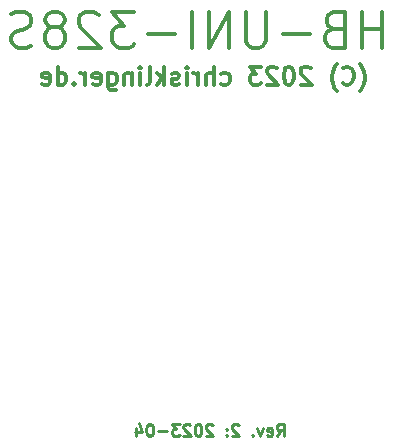
<source format=gbr>
%TF.GenerationSoftware,KiCad,Pcbnew,(6.0.7)*%
%TF.CreationDate,2023-04-08T23:37:57+02:00*%
%TF.ProjectId,hb-uni-644_328P_small,68622d75-6e69-42d3-9634-345f33323850,rev?*%
%TF.SameCoordinates,Original*%
%TF.FileFunction,Legend,Bot*%
%TF.FilePolarity,Positive*%
%FSLAX46Y46*%
G04 Gerber Fmt 4.6, Leading zero omitted, Abs format (unit mm)*
G04 Created by KiCad (PCBNEW (6.0.7)) date 2023-04-08 23:37:57*
%MOMM*%
%LPD*%
G01*
G04 APERTURE LIST*
%ADD10C,0.300000*%
%ADD11C,0.250000*%
G04 APERTURE END LIST*
D10*
X66950857Y-57237142D02*
X66950857Y-54237142D01*
X66950857Y-55665714D02*
X65236571Y-55665714D01*
X65236571Y-57237142D02*
X65236571Y-54237142D01*
X62808000Y-55665714D02*
X62379428Y-55808571D01*
X62236571Y-55951428D01*
X62093714Y-56237142D01*
X62093714Y-56665714D01*
X62236571Y-56951428D01*
X62379428Y-57094285D01*
X62665142Y-57237142D01*
X63808000Y-57237142D01*
X63808000Y-54237142D01*
X62808000Y-54237142D01*
X62522285Y-54380000D01*
X62379428Y-54522857D01*
X62236571Y-54808571D01*
X62236571Y-55094285D01*
X62379428Y-55380000D01*
X62522285Y-55522857D01*
X62808000Y-55665714D01*
X63808000Y-55665714D01*
X60808000Y-56094285D02*
X58522285Y-56094285D01*
X57093714Y-54237142D02*
X57093714Y-56665714D01*
X56950857Y-56951428D01*
X56808000Y-57094285D01*
X56522285Y-57237142D01*
X55950857Y-57237142D01*
X55665142Y-57094285D01*
X55522285Y-56951428D01*
X55379428Y-56665714D01*
X55379428Y-54237142D01*
X53950857Y-57237142D02*
X53950857Y-54237142D01*
X52236571Y-57237142D01*
X52236571Y-54237142D01*
X50808000Y-57237142D02*
X50808000Y-54237142D01*
X49379428Y-56094285D02*
X47093714Y-56094285D01*
X45950857Y-54237142D02*
X44093714Y-54237142D01*
X45093714Y-55380000D01*
X44665142Y-55380000D01*
X44379428Y-55522857D01*
X44236571Y-55665714D01*
X44093714Y-55951428D01*
X44093714Y-56665714D01*
X44236571Y-56951428D01*
X44379428Y-57094285D01*
X44665142Y-57237142D01*
X45522285Y-57237142D01*
X45808000Y-57094285D01*
X45950857Y-56951428D01*
X42950857Y-54522857D02*
X42808000Y-54380000D01*
X42522285Y-54237142D01*
X41808000Y-54237142D01*
X41522285Y-54380000D01*
X41379428Y-54522857D01*
X41236571Y-54808571D01*
X41236571Y-55094285D01*
X41379428Y-55522857D01*
X43093714Y-57237142D01*
X41236571Y-57237142D01*
X39522285Y-55522857D02*
X39808000Y-55380000D01*
X39950857Y-55237142D01*
X40093714Y-54951428D01*
X40093714Y-54808571D01*
X39950857Y-54522857D01*
X39808000Y-54380000D01*
X39522285Y-54237142D01*
X38950857Y-54237142D01*
X38665142Y-54380000D01*
X38522285Y-54522857D01*
X38379428Y-54808571D01*
X38379428Y-54951428D01*
X38522285Y-55237142D01*
X38665142Y-55380000D01*
X38950857Y-55522857D01*
X39522285Y-55522857D01*
X39808000Y-55665714D01*
X39950857Y-55808571D01*
X40093714Y-56094285D01*
X40093714Y-56665714D01*
X39950857Y-56951428D01*
X39808000Y-57094285D01*
X39522285Y-57237142D01*
X38950857Y-57237142D01*
X38665142Y-57094285D01*
X38522285Y-56951428D01*
X38379428Y-56665714D01*
X38379428Y-56094285D01*
X38522285Y-55808571D01*
X38665142Y-55665714D01*
X38950857Y-55522857D01*
X37236571Y-57094285D02*
X36808000Y-57237142D01*
X36093714Y-57237142D01*
X35808000Y-57094285D01*
X35665142Y-56951428D01*
X35522285Y-56665714D01*
X35522285Y-56380000D01*
X35665142Y-56094285D01*
X35808000Y-55951428D01*
X36093714Y-55808571D01*
X36665142Y-55665714D01*
X36950857Y-55522857D01*
X37093714Y-55380000D01*
X37236571Y-55094285D01*
X37236571Y-54808571D01*
X37093714Y-54522857D01*
X36950857Y-54380000D01*
X36665142Y-54237142D01*
X35950857Y-54237142D01*
X35522285Y-54380000D01*
D11*
X58014476Y-90114380D02*
X58347809Y-89638190D01*
X58585904Y-90114380D02*
X58585904Y-89114380D01*
X58204952Y-89114380D01*
X58109714Y-89162000D01*
X58062095Y-89209619D01*
X58014476Y-89304857D01*
X58014476Y-89447714D01*
X58062095Y-89542952D01*
X58109714Y-89590571D01*
X58204952Y-89638190D01*
X58585904Y-89638190D01*
X57204952Y-90066761D02*
X57300190Y-90114380D01*
X57490666Y-90114380D01*
X57585904Y-90066761D01*
X57633523Y-89971523D01*
X57633523Y-89590571D01*
X57585904Y-89495333D01*
X57490666Y-89447714D01*
X57300190Y-89447714D01*
X57204952Y-89495333D01*
X57157333Y-89590571D01*
X57157333Y-89685809D01*
X57633523Y-89781047D01*
X56824000Y-89447714D02*
X56585904Y-90114380D01*
X56347809Y-89447714D01*
X55966857Y-90019142D02*
X55919238Y-90066761D01*
X55966857Y-90114380D01*
X56014476Y-90066761D01*
X55966857Y-90019142D01*
X55966857Y-90114380D01*
X54776380Y-89209619D02*
X54728761Y-89162000D01*
X54633523Y-89114380D01*
X54395428Y-89114380D01*
X54300190Y-89162000D01*
X54252571Y-89209619D01*
X54204952Y-89304857D01*
X54204952Y-89400095D01*
X54252571Y-89542952D01*
X54824000Y-90114380D01*
X54204952Y-90114380D01*
X53776380Y-90019142D02*
X53728761Y-90066761D01*
X53776380Y-90114380D01*
X53824000Y-90066761D01*
X53776380Y-90019142D01*
X53776380Y-90114380D01*
X53776380Y-89495333D02*
X53728761Y-89542952D01*
X53776380Y-89590571D01*
X53824000Y-89542952D01*
X53776380Y-89495333D01*
X53776380Y-89590571D01*
X52585904Y-89209619D02*
X52538285Y-89162000D01*
X52443047Y-89114380D01*
X52204952Y-89114380D01*
X52109714Y-89162000D01*
X52062095Y-89209619D01*
X52014476Y-89304857D01*
X52014476Y-89400095D01*
X52062095Y-89542952D01*
X52633523Y-90114380D01*
X52014476Y-90114380D01*
X51395428Y-89114380D02*
X51300190Y-89114380D01*
X51204952Y-89162000D01*
X51157333Y-89209619D01*
X51109714Y-89304857D01*
X51062095Y-89495333D01*
X51062095Y-89733428D01*
X51109714Y-89923904D01*
X51157333Y-90019142D01*
X51204952Y-90066761D01*
X51300190Y-90114380D01*
X51395428Y-90114380D01*
X51490666Y-90066761D01*
X51538285Y-90019142D01*
X51585904Y-89923904D01*
X51633523Y-89733428D01*
X51633523Y-89495333D01*
X51585904Y-89304857D01*
X51538285Y-89209619D01*
X51490666Y-89162000D01*
X51395428Y-89114380D01*
X50681142Y-89209619D02*
X50633523Y-89162000D01*
X50538285Y-89114380D01*
X50300190Y-89114380D01*
X50204952Y-89162000D01*
X50157333Y-89209619D01*
X50109714Y-89304857D01*
X50109714Y-89400095D01*
X50157333Y-89542952D01*
X50728761Y-90114380D01*
X50109714Y-90114380D01*
X49776380Y-89114380D02*
X49157333Y-89114380D01*
X49490666Y-89495333D01*
X49347809Y-89495333D01*
X49252571Y-89542952D01*
X49204952Y-89590571D01*
X49157333Y-89685809D01*
X49157333Y-89923904D01*
X49204952Y-90019142D01*
X49252571Y-90066761D01*
X49347809Y-90114380D01*
X49633523Y-90114380D01*
X49728761Y-90066761D01*
X49776380Y-90019142D01*
X48728761Y-89733428D02*
X47966857Y-89733428D01*
X47300190Y-89114380D02*
X47204952Y-89114380D01*
X47109714Y-89162000D01*
X47062095Y-89209619D01*
X47014476Y-89304857D01*
X46966857Y-89495333D01*
X46966857Y-89733428D01*
X47014476Y-89923904D01*
X47062095Y-90019142D01*
X47109714Y-90066761D01*
X47204952Y-90114380D01*
X47300190Y-90114380D01*
X47395428Y-90066761D01*
X47443047Y-90019142D01*
X47490666Y-89923904D01*
X47538285Y-89733428D01*
X47538285Y-89495333D01*
X47490666Y-89304857D01*
X47443047Y-89209619D01*
X47395428Y-89162000D01*
X47300190Y-89114380D01*
X46109714Y-89447714D02*
X46109714Y-90114380D01*
X46347809Y-89066761D02*
X46585904Y-89781047D01*
X45966857Y-89781047D01*
D10*
X65030285Y-60940000D02*
X65101714Y-60868571D01*
X65244571Y-60654285D01*
X65316000Y-60511428D01*
X65387428Y-60297142D01*
X65458857Y-59940000D01*
X65458857Y-59654285D01*
X65387428Y-59297142D01*
X65316000Y-59082857D01*
X65244571Y-58940000D01*
X65101714Y-58725714D01*
X65030285Y-58654285D01*
X63601714Y-60225714D02*
X63673142Y-60297142D01*
X63887428Y-60368571D01*
X64030285Y-60368571D01*
X64244571Y-60297142D01*
X64387428Y-60154285D01*
X64458857Y-60011428D01*
X64530285Y-59725714D01*
X64530285Y-59511428D01*
X64458857Y-59225714D01*
X64387428Y-59082857D01*
X64244571Y-58940000D01*
X64030285Y-58868571D01*
X63887428Y-58868571D01*
X63673142Y-58940000D01*
X63601714Y-59011428D01*
X63101714Y-60940000D02*
X63030285Y-60868571D01*
X62887428Y-60654285D01*
X62816000Y-60511428D01*
X62744571Y-60297142D01*
X62673142Y-59940000D01*
X62673142Y-59654285D01*
X62744571Y-59297142D01*
X62816000Y-59082857D01*
X62887428Y-58940000D01*
X63030285Y-58725714D01*
X63101714Y-58654285D01*
X60887428Y-59011428D02*
X60816000Y-58940000D01*
X60673142Y-58868571D01*
X60316000Y-58868571D01*
X60173142Y-58940000D01*
X60101714Y-59011428D01*
X60030285Y-59154285D01*
X60030285Y-59297142D01*
X60101714Y-59511428D01*
X60958857Y-60368571D01*
X60030285Y-60368571D01*
X59101714Y-58868571D02*
X58958857Y-58868571D01*
X58816000Y-58940000D01*
X58744571Y-59011428D01*
X58673142Y-59154285D01*
X58601714Y-59440000D01*
X58601714Y-59797142D01*
X58673142Y-60082857D01*
X58744571Y-60225714D01*
X58816000Y-60297142D01*
X58958857Y-60368571D01*
X59101714Y-60368571D01*
X59244571Y-60297142D01*
X59316000Y-60225714D01*
X59387428Y-60082857D01*
X59458857Y-59797142D01*
X59458857Y-59440000D01*
X59387428Y-59154285D01*
X59316000Y-59011428D01*
X59244571Y-58940000D01*
X59101714Y-58868571D01*
X58030285Y-59011428D02*
X57958857Y-58940000D01*
X57816000Y-58868571D01*
X57458857Y-58868571D01*
X57316000Y-58940000D01*
X57244571Y-59011428D01*
X57173142Y-59154285D01*
X57173142Y-59297142D01*
X57244571Y-59511428D01*
X58101714Y-60368571D01*
X57173142Y-60368571D01*
X56673142Y-58868571D02*
X55744571Y-58868571D01*
X56244571Y-59440000D01*
X56030285Y-59440000D01*
X55887428Y-59511428D01*
X55816000Y-59582857D01*
X55744571Y-59725714D01*
X55744571Y-60082857D01*
X55816000Y-60225714D01*
X55887428Y-60297142D01*
X56030285Y-60368571D01*
X56458857Y-60368571D01*
X56601714Y-60297142D01*
X56673142Y-60225714D01*
X53316000Y-60297142D02*
X53458857Y-60368571D01*
X53744571Y-60368571D01*
X53887428Y-60297142D01*
X53958857Y-60225714D01*
X54030285Y-60082857D01*
X54030285Y-59654285D01*
X53958857Y-59511428D01*
X53887428Y-59440000D01*
X53744571Y-59368571D01*
X53458857Y-59368571D01*
X53316000Y-59440000D01*
X52673142Y-60368571D02*
X52673142Y-58868571D01*
X52030285Y-60368571D02*
X52030285Y-59582857D01*
X52101714Y-59440000D01*
X52244571Y-59368571D01*
X52458857Y-59368571D01*
X52601714Y-59440000D01*
X52673142Y-59511428D01*
X51316000Y-60368571D02*
X51316000Y-59368571D01*
X51316000Y-59654285D02*
X51244571Y-59511428D01*
X51173142Y-59440000D01*
X51030285Y-59368571D01*
X50887428Y-59368571D01*
X50387428Y-60368571D02*
X50387428Y-59368571D01*
X50387428Y-58868571D02*
X50458857Y-58940000D01*
X50387428Y-59011428D01*
X50316000Y-58940000D01*
X50387428Y-58868571D01*
X50387428Y-59011428D01*
X49744571Y-60297142D02*
X49601714Y-60368571D01*
X49316000Y-60368571D01*
X49173142Y-60297142D01*
X49101714Y-60154285D01*
X49101714Y-60082857D01*
X49173142Y-59940000D01*
X49316000Y-59868571D01*
X49530285Y-59868571D01*
X49673142Y-59797142D01*
X49744571Y-59654285D01*
X49744571Y-59582857D01*
X49673142Y-59440000D01*
X49530285Y-59368571D01*
X49316000Y-59368571D01*
X49173142Y-59440000D01*
X48458857Y-60368571D02*
X48458857Y-58868571D01*
X48316000Y-59797142D02*
X47887428Y-60368571D01*
X47887428Y-59368571D02*
X48458857Y-59940000D01*
X47030285Y-60368571D02*
X47173142Y-60297142D01*
X47244571Y-60154285D01*
X47244571Y-58868571D01*
X46458857Y-60368571D02*
X46458857Y-59368571D01*
X46458857Y-58868571D02*
X46530285Y-58940000D01*
X46458857Y-59011428D01*
X46387428Y-58940000D01*
X46458857Y-58868571D01*
X46458857Y-59011428D01*
X45744571Y-59368571D02*
X45744571Y-60368571D01*
X45744571Y-59511428D02*
X45673142Y-59440000D01*
X45530285Y-59368571D01*
X45316000Y-59368571D01*
X45173142Y-59440000D01*
X45101714Y-59582857D01*
X45101714Y-60368571D01*
X43744571Y-59368571D02*
X43744571Y-60582857D01*
X43816000Y-60725714D01*
X43887428Y-60797142D01*
X44030285Y-60868571D01*
X44244571Y-60868571D01*
X44387428Y-60797142D01*
X43744571Y-60297142D02*
X43887428Y-60368571D01*
X44173142Y-60368571D01*
X44316000Y-60297142D01*
X44387428Y-60225714D01*
X44458857Y-60082857D01*
X44458857Y-59654285D01*
X44387428Y-59511428D01*
X44316000Y-59440000D01*
X44173142Y-59368571D01*
X43887428Y-59368571D01*
X43744571Y-59440000D01*
X42458857Y-60297142D02*
X42601714Y-60368571D01*
X42887428Y-60368571D01*
X43030285Y-60297142D01*
X43101714Y-60154285D01*
X43101714Y-59582857D01*
X43030285Y-59440000D01*
X42887428Y-59368571D01*
X42601714Y-59368571D01*
X42458857Y-59440000D01*
X42387428Y-59582857D01*
X42387428Y-59725714D01*
X43101714Y-59868571D01*
X41744571Y-60368571D02*
X41744571Y-59368571D01*
X41744571Y-59654285D02*
X41673142Y-59511428D01*
X41601714Y-59440000D01*
X41458857Y-59368571D01*
X41316000Y-59368571D01*
X40816000Y-60225714D02*
X40744571Y-60297142D01*
X40816000Y-60368571D01*
X40887428Y-60297142D01*
X40816000Y-60225714D01*
X40816000Y-60368571D01*
X39458857Y-60368571D02*
X39458857Y-58868571D01*
X39458857Y-60297142D02*
X39601714Y-60368571D01*
X39887428Y-60368571D01*
X40030285Y-60297142D01*
X40101714Y-60225714D01*
X40173142Y-60082857D01*
X40173142Y-59654285D01*
X40101714Y-59511428D01*
X40030285Y-59440000D01*
X39887428Y-59368571D01*
X39601714Y-59368571D01*
X39458857Y-59440000D01*
X38173142Y-60297142D02*
X38316000Y-60368571D01*
X38601714Y-60368571D01*
X38744571Y-60297142D01*
X38816000Y-60154285D01*
X38816000Y-59582857D01*
X38744571Y-59440000D01*
X38601714Y-59368571D01*
X38316000Y-59368571D01*
X38173142Y-59440000D01*
X38101714Y-59582857D01*
X38101714Y-59725714D01*
X38816000Y-59868571D01*
M02*

</source>
